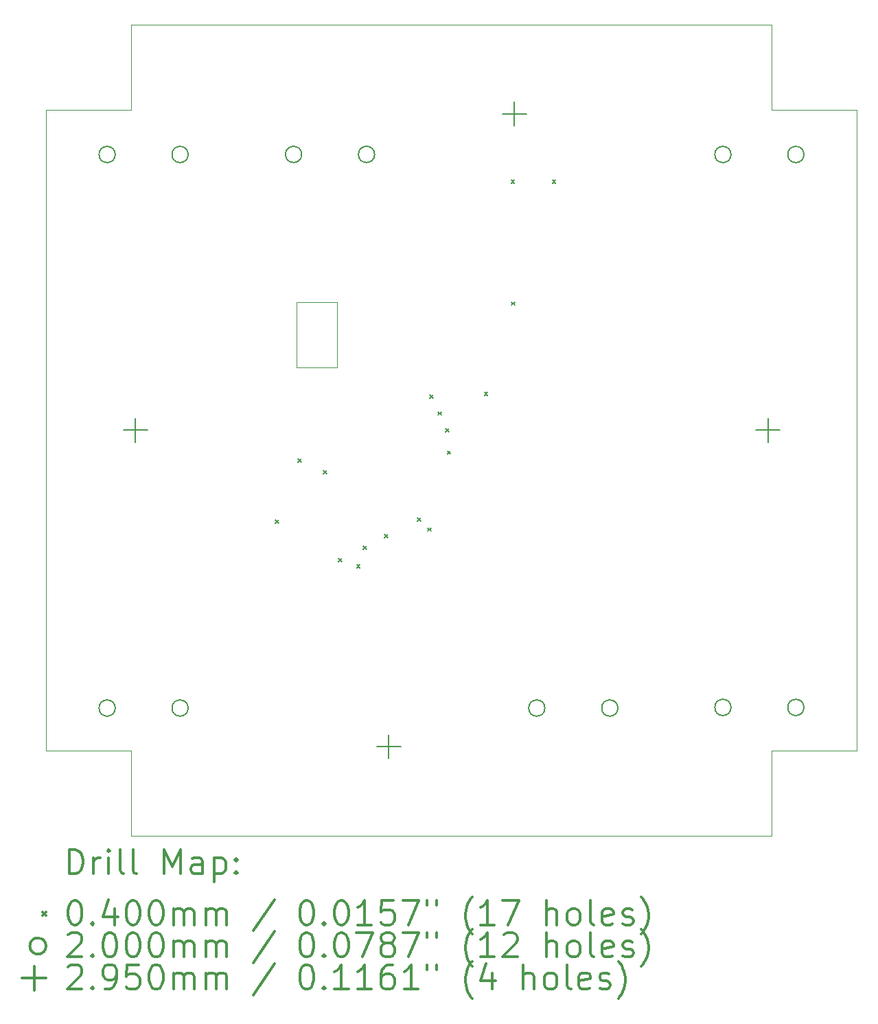
<source format=gbr>
%FSLAX45Y45*%
G04 Gerber Fmt 4.5, Leading zero omitted, Abs format (unit mm)*
G04 Created by KiCad (PCBNEW (5.1.10)-1) date 2022-06-07 20:21:12*
%MOMM*%
%LPD*%
G01*
G04 APERTURE LIST*
%TA.AperFunction,Profile*%
%ADD10C,0.050000*%
%TD*%
%ADD11C,0.200000*%
%ADD12C,0.300000*%
G04 APERTURE END LIST*
D10*
X13535000Y-6925000D02*
X13535000Y-7725000D01*
X13035000Y-7725000D02*
X13035000Y-6925000D01*
X13035000Y-7725000D02*
X13535000Y-7725000D01*
X13035000Y-6925000D02*
X13535000Y-6925000D01*
X9950000Y-4550000D02*
X11000000Y-4550000D01*
X9950000Y-12450000D02*
X9950000Y-4550000D01*
X11000000Y-12450000D02*
X9950000Y-12450000D01*
X11000000Y-13500000D02*
X11000000Y-12450000D01*
X18900000Y-13500000D02*
X11000000Y-13500000D01*
X18900000Y-12450000D02*
X18900000Y-13500000D01*
X19950000Y-12450000D02*
X18900000Y-12450000D01*
X19950000Y-4550000D02*
X19950000Y-12450000D01*
X18900000Y-4550000D02*
X19950000Y-4550000D01*
X18900000Y-3500000D02*
X18900000Y-4550000D01*
X11000000Y-3500000D02*
X18900000Y-3500000D01*
X11000000Y-4550000D02*
X11000000Y-3500000D01*
D11*
X12775250Y-9606600D02*
X12815250Y-9646600D01*
X12815250Y-9606600D02*
X12775250Y-9646600D01*
X13055000Y-8855000D02*
X13095000Y-8895000D01*
X13095000Y-8855000D02*
X13055000Y-8895000D01*
X13368975Y-9000175D02*
X13408975Y-9040175D01*
X13408975Y-9000175D02*
X13368975Y-9040175D01*
X13555000Y-10080000D02*
X13595000Y-10120000D01*
X13595000Y-10080000D02*
X13555000Y-10120000D01*
X13780000Y-10155000D02*
X13820000Y-10195000D01*
X13820000Y-10155000D02*
X13780000Y-10195000D01*
X13857150Y-9926500D02*
X13897150Y-9966500D01*
X13897150Y-9926500D02*
X13857150Y-9966500D01*
X14122500Y-9785450D02*
X14162500Y-9825450D01*
X14162500Y-9785450D02*
X14122500Y-9825450D01*
X14530000Y-9580000D02*
X14570000Y-9620000D01*
X14570000Y-9580000D02*
X14530000Y-9620000D01*
X14655000Y-9705000D02*
X14695000Y-9745000D01*
X14695000Y-9705000D02*
X14655000Y-9745000D01*
X14680250Y-8063550D02*
X14720250Y-8103550D01*
X14720250Y-8063550D02*
X14680250Y-8103550D01*
X14780000Y-8273100D02*
X14820000Y-8313100D01*
X14820000Y-8273100D02*
X14780000Y-8313100D01*
X14877100Y-8482650D02*
X14917100Y-8522650D01*
X14917100Y-8482650D02*
X14877100Y-8522650D01*
X14896150Y-8755700D02*
X14936150Y-8795700D01*
X14936150Y-8755700D02*
X14896150Y-8795700D01*
X15355000Y-8030000D02*
X15395000Y-8070000D01*
X15395000Y-8030000D02*
X15355000Y-8070000D01*
X15683000Y-5415200D02*
X15723000Y-5455200D01*
X15723000Y-5415200D02*
X15683000Y-5455200D01*
X15691000Y-6919000D02*
X15731000Y-6959000D01*
X15731000Y-6919000D02*
X15691000Y-6959000D01*
X16191000Y-5415200D02*
X16231000Y-5455200D01*
X16231000Y-5415200D02*
X16191000Y-5455200D01*
X10800600Y-5100800D02*
G75*
G03*
X10800600Y-5100800I-100000J0D01*
G01*
X10800600Y-11925000D02*
G75*
G03*
X10800600Y-11925000I-100000J0D01*
G01*
X11700600Y-5100800D02*
G75*
G03*
X11700600Y-5100800I-100000J0D01*
G01*
X11700600Y-11925000D02*
G75*
G03*
X11700600Y-11925000I-100000J0D01*
G01*
X13100000Y-5100000D02*
G75*
G03*
X13100000Y-5100000I-100000J0D01*
G01*
X14000000Y-5100000D02*
G75*
G03*
X14000000Y-5100000I-100000J0D01*
G01*
X16100000Y-11925000D02*
G75*
G03*
X16100000Y-11925000I-100000J0D01*
G01*
X17000000Y-11925000D02*
G75*
G03*
X17000000Y-11925000I-100000J0D01*
G01*
X18395200Y-5100800D02*
G75*
G03*
X18395200Y-5100800I-100000J0D01*
G01*
X18395200Y-11917200D02*
G75*
G03*
X18395200Y-11917200I-100000J0D01*
G01*
X19295200Y-5100800D02*
G75*
G03*
X19295200Y-5100800I-100000J0D01*
G01*
X19295200Y-11917200D02*
G75*
G03*
X19295200Y-11917200I-100000J0D01*
G01*
X11050000Y-8352500D02*
X11050000Y-8647500D01*
X10902500Y-8500000D02*
X11197500Y-8500000D01*
X14175000Y-12252500D02*
X14175000Y-12547500D01*
X14027500Y-12400000D02*
X14322500Y-12400000D01*
X15725000Y-4452500D02*
X15725000Y-4747500D01*
X15577500Y-4600000D02*
X15872500Y-4600000D01*
X18850000Y-8352500D02*
X18850000Y-8647500D01*
X18702500Y-8500000D02*
X18997500Y-8500000D01*
D12*
X10233928Y-13968214D02*
X10233928Y-13668214D01*
X10305357Y-13668214D01*
X10348214Y-13682500D01*
X10376786Y-13711071D01*
X10391071Y-13739643D01*
X10405357Y-13796786D01*
X10405357Y-13839643D01*
X10391071Y-13896786D01*
X10376786Y-13925357D01*
X10348214Y-13953929D01*
X10305357Y-13968214D01*
X10233928Y-13968214D01*
X10533928Y-13968214D02*
X10533928Y-13768214D01*
X10533928Y-13825357D02*
X10548214Y-13796786D01*
X10562500Y-13782500D01*
X10591071Y-13768214D01*
X10619643Y-13768214D01*
X10719643Y-13968214D02*
X10719643Y-13768214D01*
X10719643Y-13668214D02*
X10705357Y-13682500D01*
X10719643Y-13696786D01*
X10733928Y-13682500D01*
X10719643Y-13668214D01*
X10719643Y-13696786D01*
X10905357Y-13968214D02*
X10876786Y-13953929D01*
X10862500Y-13925357D01*
X10862500Y-13668214D01*
X11062500Y-13968214D02*
X11033928Y-13953929D01*
X11019643Y-13925357D01*
X11019643Y-13668214D01*
X11405357Y-13968214D02*
X11405357Y-13668214D01*
X11505357Y-13882500D01*
X11605357Y-13668214D01*
X11605357Y-13968214D01*
X11876786Y-13968214D02*
X11876786Y-13811071D01*
X11862500Y-13782500D01*
X11833928Y-13768214D01*
X11776786Y-13768214D01*
X11748214Y-13782500D01*
X11876786Y-13953929D02*
X11848214Y-13968214D01*
X11776786Y-13968214D01*
X11748214Y-13953929D01*
X11733928Y-13925357D01*
X11733928Y-13896786D01*
X11748214Y-13868214D01*
X11776786Y-13853929D01*
X11848214Y-13853929D01*
X11876786Y-13839643D01*
X12019643Y-13768214D02*
X12019643Y-14068214D01*
X12019643Y-13782500D02*
X12048214Y-13768214D01*
X12105357Y-13768214D01*
X12133928Y-13782500D01*
X12148214Y-13796786D01*
X12162500Y-13825357D01*
X12162500Y-13911071D01*
X12148214Y-13939643D01*
X12133928Y-13953929D01*
X12105357Y-13968214D01*
X12048214Y-13968214D01*
X12019643Y-13953929D01*
X12291071Y-13939643D02*
X12305357Y-13953929D01*
X12291071Y-13968214D01*
X12276786Y-13953929D01*
X12291071Y-13939643D01*
X12291071Y-13968214D01*
X12291071Y-13782500D02*
X12305357Y-13796786D01*
X12291071Y-13811071D01*
X12276786Y-13796786D01*
X12291071Y-13782500D01*
X12291071Y-13811071D01*
X9907500Y-14442500D02*
X9947500Y-14482500D01*
X9947500Y-14442500D02*
X9907500Y-14482500D01*
X10291071Y-14298214D02*
X10319643Y-14298214D01*
X10348214Y-14312500D01*
X10362500Y-14326786D01*
X10376786Y-14355357D01*
X10391071Y-14412500D01*
X10391071Y-14483929D01*
X10376786Y-14541071D01*
X10362500Y-14569643D01*
X10348214Y-14583929D01*
X10319643Y-14598214D01*
X10291071Y-14598214D01*
X10262500Y-14583929D01*
X10248214Y-14569643D01*
X10233928Y-14541071D01*
X10219643Y-14483929D01*
X10219643Y-14412500D01*
X10233928Y-14355357D01*
X10248214Y-14326786D01*
X10262500Y-14312500D01*
X10291071Y-14298214D01*
X10519643Y-14569643D02*
X10533928Y-14583929D01*
X10519643Y-14598214D01*
X10505357Y-14583929D01*
X10519643Y-14569643D01*
X10519643Y-14598214D01*
X10791071Y-14398214D02*
X10791071Y-14598214D01*
X10719643Y-14283929D02*
X10648214Y-14498214D01*
X10833928Y-14498214D01*
X11005357Y-14298214D02*
X11033928Y-14298214D01*
X11062500Y-14312500D01*
X11076786Y-14326786D01*
X11091071Y-14355357D01*
X11105357Y-14412500D01*
X11105357Y-14483929D01*
X11091071Y-14541071D01*
X11076786Y-14569643D01*
X11062500Y-14583929D01*
X11033928Y-14598214D01*
X11005357Y-14598214D01*
X10976786Y-14583929D01*
X10962500Y-14569643D01*
X10948214Y-14541071D01*
X10933928Y-14483929D01*
X10933928Y-14412500D01*
X10948214Y-14355357D01*
X10962500Y-14326786D01*
X10976786Y-14312500D01*
X11005357Y-14298214D01*
X11291071Y-14298214D02*
X11319643Y-14298214D01*
X11348214Y-14312500D01*
X11362500Y-14326786D01*
X11376786Y-14355357D01*
X11391071Y-14412500D01*
X11391071Y-14483929D01*
X11376786Y-14541071D01*
X11362500Y-14569643D01*
X11348214Y-14583929D01*
X11319643Y-14598214D01*
X11291071Y-14598214D01*
X11262500Y-14583929D01*
X11248214Y-14569643D01*
X11233928Y-14541071D01*
X11219643Y-14483929D01*
X11219643Y-14412500D01*
X11233928Y-14355357D01*
X11248214Y-14326786D01*
X11262500Y-14312500D01*
X11291071Y-14298214D01*
X11519643Y-14598214D02*
X11519643Y-14398214D01*
X11519643Y-14426786D02*
X11533928Y-14412500D01*
X11562500Y-14398214D01*
X11605357Y-14398214D01*
X11633928Y-14412500D01*
X11648214Y-14441071D01*
X11648214Y-14598214D01*
X11648214Y-14441071D02*
X11662500Y-14412500D01*
X11691071Y-14398214D01*
X11733928Y-14398214D01*
X11762500Y-14412500D01*
X11776786Y-14441071D01*
X11776786Y-14598214D01*
X11919643Y-14598214D02*
X11919643Y-14398214D01*
X11919643Y-14426786D02*
X11933928Y-14412500D01*
X11962500Y-14398214D01*
X12005357Y-14398214D01*
X12033928Y-14412500D01*
X12048214Y-14441071D01*
X12048214Y-14598214D01*
X12048214Y-14441071D02*
X12062500Y-14412500D01*
X12091071Y-14398214D01*
X12133928Y-14398214D01*
X12162500Y-14412500D01*
X12176786Y-14441071D01*
X12176786Y-14598214D01*
X12762500Y-14283929D02*
X12505357Y-14669643D01*
X13148214Y-14298214D02*
X13176786Y-14298214D01*
X13205357Y-14312500D01*
X13219643Y-14326786D01*
X13233928Y-14355357D01*
X13248214Y-14412500D01*
X13248214Y-14483929D01*
X13233928Y-14541071D01*
X13219643Y-14569643D01*
X13205357Y-14583929D01*
X13176786Y-14598214D01*
X13148214Y-14598214D01*
X13119643Y-14583929D01*
X13105357Y-14569643D01*
X13091071Y-14541071D01*
X13076786Y-14483929D01*
X13076786Y-14412500D01*
X13091071Y-14355357D01*
X13105357Y-14326786D01*
X13119643Y-14312500D01*
X13148214Y-14298214D01*
X13376786Y-14569643D02*
X13391071Y-14583929D01*
X13376786Y-14598214D01*
X13362500Y-14583929D01*
X13376786Y-14569643D01*
X13376786Y-14598214D01*
X13576786Y-14298214D02*
X13605357Y-14298214D01*
X13633928Y-14312500D01*
X13648214Y-14326786D01*
X13662500Y-14355357D01*
X13676786Y-14412500D01*
X13676786Y-14483929D01*
X13662500Y-14541071D01*
X13648214Y-14569643D01*
X13633928Y-14583929D01*
X13605357Y-14598214D01*
X13576786Y-14598214D01*
X13548214Y-14583929D01*
X13533928Y-14569643D01*
X13519643Y-14541071D01*
X13505357Y-14483929D01*
X13505357Y-14412500D01*
X13519643Y-14355357D01*
X13533928Y-14326786D01*
X13548214Y-14312500D01*
X13576786Y-14298214D01*
X13962500Y-14598214D02*
X13791071Y-14598214D01*
X13876786Y-14598214D02*
X13876786Y-14298214D01*
X13848214Y-14341071D01*
X13819643Y-14369643D01*
X13791071Y-14383929D01*
X14233928Y-14298214D02*
X14091071Y-14298214D01*
X14076786Y-14441071D01*
X14091071Y-14426786D01*
X14119643Y-14412500D01*
X14191071Y-14412500D01*
X14219643Y-14426786D01*
X14233928Y-14441071D01*
X14248214Y-14469643D01*
X14248214Y-14541071D01*
X14233928Y-14569643D01*
X14219643Y-14583929D01*
X14191071Y-14598214D01*
X14119643Y-14598214D01*
X14091071Y-14583929D01*
X14076786Y-14569643D01*
X14348214Y-14298214D02*
X14548214Y-14298214D01*
X14419643Y-14598214D01*
X14648214Y-14298214D02*
X14648214Y-14355357D01*
X14762500Y-14298214D02*
X14762500Y-14355357D01*
X15205357Y-14712500D02*
X15191071Y-14698214D01*
X15162500Y-14655357D01*
X15148214Y-14626786D01*
X15133928Y-14583929D01*
X15119643Y-14512500D01*
X15119643Y-14455357D01*
X15133928Y-14383929D01*
X15148214Y-14341071D01*
X15162500Y-14312500D01*
X15191071Y-14269643D01*
X15205357Y-14255357D01*
X15476786Y-14598214D02*
X15305357Y-14598214D01*
X15391071Y-14598214D02*
X15391071Y-14298214D01*
X15362500Y-14341071D01*
X15333928Y-14369643D01*
X15305357Y-14383929D01*
X15576786Y-14298214D02*
X15776786Y-14298214D01*
X15648214Y-14598214D01*
X16119643Y-14598214D02*
X16119643Y-14298214D01*
X16248214Y-14598214D02*
X16248214Y-14441071D01*
X16233928Y-14412500D01*
X16205357Y-14398214D01*
X16162500Y-14398214D01*
X16133928Y-14412500D01*
X16119643Y-14426786D01*
X16433928Y-14598214D02*
X16405357Y-14583929D01*
X16391071Y-14569643D01*
X16376786Y-14541071D01*
X16376786Y-14455357D01*
X16391071Y-14426786D01*
X16405357Y-14412500D01*
X16433928Y-14398214D01*
X16476786Y-14398214D01*
X16505357Y-14412500D01*
X16519643Y-14426786D01*
X16533928Y-14455357D01*
X16533928Y-14541071D01*
X16519643Y-14569643D01*
X16505357Y-14583929D01*
X16476786Y-14598214D01*
X16433928Y-14598214D01*
X16705357Y-14598214D02*
X16676786Y-14583929D01*
X16662500Y-14555357D01*
X16662500Y-14298214D01*
X16933928Y-14583929D02*
X16905357Y-14598214D01*
X16848214Y-14598214D01*
X16819643Y-14583929D01*
X16805357Y-14555357D01*
X16805357Y-14441071D01*
X16819643Y-14412500D01*
X16848214Y-14398214D01*
X16905357Y-14398214D01*
X16933928Y-14412500D01*
X16948214Y-14441071D01*
X16948214Y-14469643D01*
X16805357Y-14498214D01*
X17062500Y-14583929D02*
X17091071Y-14598214D01*
X17148214Y-14598214D01*
X17176786Y-14583929D01*
X17191071Y-14555357D01*
X17191071Y-14541071D01*
X17176786Y-14512500D01*
X17148214Y-14498214D01*
X17105357Y-14498214D01*
X17076786Y-14483929D01*
X17062500Y-14455357D01*
X17062500Y-14441071D01*
X17076786Y-14412500D01*
X17105357Y-14398214D01*
X17148214Y-14398214D01*
X17176786Y-14412500D01*
X17291071Y-14712500D02*
X17305357Y-14698214D01*
X17333928Y-14655357D01*
X17348214Y-14626786D01*
X17362500Y-14583929D01*
X17376786Y-14512500D01*
X17376786Y-14455357D01*
X17362500Y-14383929D01*
X17348214Y-14341071D01*
X17333928Y-14312500D01*
X17305357Y-14269643D01*
X17291071Y-14255357D01*
X9947500Y-14858500D02*
G75*
G03*
X9947500Y-14858500I-100000J0D01*
G01*
X10219643Y-14722786D02*
X10233928Y-14708500D01*
X10262500Y-14694214D01*
X10333928Y-14694214D01*
X10362500Y-14708500D01*
X10376786Y-14722786D01*
X10391071Y-14751357D01*
X10391071Y-14779929D01*
X10376786Y-14822786D01*
X10205357Y-14994214D01*
X10391071Y-14994214D01*
X10519643Y-14965643D02*
X10533928Y-14979929D01*
X10519643Y-14994214D01*
X10505357Y-14979929D01*
X10519643Y-14965643D01*
X10519643Y-14994214D01*
X10719643Y-14694214D02*
X10748214Y-14694214D01*
X10776786Y-14708500D01*
X10791071Y-14722786D01*
X10805357Y-14751357D01*
X10819643Y-14808500D01*
X10819643Y-14879929D01*
X10805357Y-14937071D01*
X10791071Y-14965643D01*
X10776786Y-14979929D01*
X10748214Y-14994214D01*
X10719643Y-14994214D01*
X10691071Y-14979929D01*
X10676786Y-14965643D01*
X10662500Y-14937071D01*
X10648214Y-14879929D01*
X10648214Y-14808500D01*
X10662500Y-14751357D01*
X10676786Y-14722786D01*
X10691071Y-14708500D01*
X10719643Y-14694214D01*
X11005357Y-14694214D02*
X11033928Y-14694214D01*
X11062500Y-14708500D01*
X11076786Y-14722786D01*
X11091071Y-14751357D01*
X11105357Y-14808500D01*
X11105357Y-14879929D01*
X11091071Y-14937071D01*
X11076786Y-14965643D01*
X11062500Y-14979929D01*
X11033928Y-14994214D01*
X11005357Y-14994214D01*
X10976786Y-14979929D01*
X10962500Y-14965643D01*
X10948214Y-14937071D01*
X10933928Y-14879929D01*
X10933928Y-14808500D01*
X10948214Y-14751357D01*
X10962500Y-14722786D01*
X10976786Y-14708500D01*
X11005357Y-14694214D01*
X11291071Y-14694214D02*
X11319643Y-14694214D01*
X11348214Y-14708500D01*
X11362500Y-14722786D01*
X11376786Y-14751357D01*
X11391071Y-14808500D01*
X11391071Y-14879929D01*
X11376786Y-14937071D01*
X11362500Y-14965643D01*
X11348214Y-14979929D01*
X11319643Y-14994214D01*
X11291071Y-14994214D01*
X11262500Y-14979929D01*
X11248214Y-14965643D01*
X11233928Y-14937071D01*
X11219643Y-14879929D01*
X11219643Y-14808500D01*
X11233928Y-14751357D01*
X11248214Y-14722786D01*
X11262500Y-14708500D01*
X11291071Y-14694214D01*
X11519643Y-14994214D02*
X11519643Y-14794214D01*
X11519643Y-14822786D02*
X11533928Y-14808500D01*
X11562500Y-14794214D01*
X11605357Y-14794214D01*
X11633928Y-14808500D01*
X11648214Y-14837071D01*
X11648214Y-14994214D01*
X11648214Y-14837071D02*
X11662500Y-14808500D01*
X11691071Y-14794214D01*
X11733928Y-14794214D01*
X11762500Y-14808500D01*
X11776786Y-14837071D01*
X11776786Y-14994214D01*
X11919643Y-14994214D02*
X11919643Y-14794214D01*
X11919643Y-14822786D02*
X11933928Y-14808500D01*
X11962500Y-14794214D01*
X12005357Y-14794214D01*
X12033928Y-14808500D01*
X12048214Y-14837071D01*
X12048214Y-14994214D01*
X12048214Y-14837071D02*
X12062500Y-14808500D01*
X12091071Y-14794214D01*
X12133928Y-14794214D01*
X12162500Y-14808500D01*
X12176786Y-14837071D01*
X12176786Y-14994214D01*
X12762500Y-14679929D02*
X12505357Y-15065643D01*
X13148214Y-14694214D02*
X13176786Y-14694214D01*
X13205357Y-14708500D01*
X13219643Y-14722786D01*
X13233928Y-14751357D01*
X13248214Y-14808500D01*
X13248214Y-14879929D01*
X13233928Y-14937071D01*
X13219643Y-14965643D01*
X13205357Y-14979929D01*
X13176786Y-14994214D01*
X13148214Y-14994214D01*
X13119643Y-14979929D01*
X13105357Y-14965643D01*
X13091071Y-14937071D01*
X13076786Y-14879929D01*
X13076786Y-14808500D01*
X13091071Y-14751357D01*
X13105357Y-14722786D01*
X13119643Y-14708500D01*
X13148214Y-14694214D01*
X13376786Y-14965643D02*
X13391071Y-14979929D01*
X13376786Y-14994214D01*
X13362500Y-14979929D01*
X13376786Y-14965643D01*
X13376786Y-14994214D01*
X13576786Y-14694214D02*
X13605357Y-14694214D01*
X13633928Y-14708500D01*
X13648214Y-14722786D01*
X13662500Y-14751357D01*
X13676786Y-14808500D01*
X13676786Y-14879929D01*
X13662500Y-14937071D01*
X13648214Y-14965643D01*
X13633928Y-14979929D01*
X13605357Y-14994214D01*
X13576786Y-14994214D01*
X13548214Y-14979929D01*
X13533928Y-14965643D01*
X13519643Y-14937071D01*
X13505357Y-14879929D01*
X13505357Y-14808500D01*
X13519643Y-14751357D01*
X13533928Y-14722786D01*
X13548214Y-14708500D01*
X13576786Y-14694214D01*
X13776786Y-14694214D02*
X13976786Y-14694214D01*
X13848214Y-14994214D01*
X14133928Y-14822786D02*
X14105357Y-14808500D01*
X14091071Y-14794214D01*
X14076786Y-14765643D01*
X14076786Y-14751357D01*
X14091071Y-14722786D01*
X14105357Y-14708500D01*
X14133928Y-14694214D01*
X14191071Y-14694214D01*
X14219643Y-14708500D01*
X14233928Y-14722786D01*
X14248214Y-14751357D01*
X14248214Y-14765643D01*
X14233928Y-14794214D01*
X14219643Y-14808500D01*
X14191071Y-14822786D01*
X14133928Y-14822786D01*
X14105357Y-14837071D01*
X14091071Y-14851357D01*
X14076786Y-14879929D01*
X14076786Y-14937071D01*
X14091071Y-14965643D01*
X14105357Y-14979929D01*
X14133928Y-14994214D01*
X14191071Y-14994214D01*
X14219643Y-14979929D01*
X14233928Y-14965643D01*
X14248214Y-14937071D01*
X14248214Y-14879929D01*
X14233928Y-14851357D01*
X14219643Y-14837071D01*
X14191071Y-14822786D01*
X14348214Y-14694214D02*
X14548214Y-14694214D01*
X14419643Y-14994214D01*
X14648214Y-14694214D02*
X14648214Y-14751357D01*
X14762500Y-14694214D02*
X14762500Y-14751357D01*
X15205357Y-15108500D02*
X15191071Y-15094214D01*
X15162500Y-15051357D01*
X15148214Y-15022786D01*
X15133928Y-14979929D01*
X15119643Y-14908500D01*
X15119643Y-14851357D01*
X15133928Y-14779929D01*
X15148214Y-14737071D01*
X15162500Y-14708500D01*
X15191071Y-14665643D01*
X15205357Y-14651357D01*
X15476786Y-14994214D02*
X15305357Y-14994214D01*
X15391071Y-14994214D02*
X15391071Y-14694214D01*
X15362500Y-14737071D01*
X15333928Y-14765643D01*
X15305357Y-14779929D01*
X15591071Y-14722786D02*
X15605357Y-14708500D01*
X15633928Y-14694214D01*
X15705357Y-14694214D01*
X15733928Y-14708500D01*
X15748214Y-14722786D01*
X15762500Y-14751357D01*
X15762500Y-14779929D01*
X15748214Y-14822786D01*
X15576786Y-14994214D01*
X15762500Y-14994214D01*
X16119643Y-14994214D02*
X16119643Y-14694214D01*
X16248214Y-14994214D02*
X16248214Y-14837071D01*
X16233928Y-14808500D01*
X16205357Y-14794214D01*
X16162500Y-14794214D01*
X16133928Y-14808500D01*
X16119643Y-14822786D01*
X16433928Y-14994214D02*
X16405357Y-14979929D01*
X16391071Y-14965643D01*
X16376786Y-14937071D01*
X16376786Y-14851357D01*
X16391071Y-14822786D01*
X16405357Y-14808500D01*
X16433928Y-14794214D01*
X16476786Y-14794214D01*
X16505357Y-14808500D01*
X16519643Y-14822786D01*
X16533928Y-14851357D01*
X16533928Y-14937071D01*
X16519643Y-14965643D01*
X16505357Y-14979929D01*
X16476786Y-14994214D01*
X16433928Y-14994214D01*
X16705357Y-14994214D02*
X16676786Y-14979929D01*
X16662500Y-14951357D01*
X16662500Y-14694214D01*
X16933928Y-14979929D02*
X16905357Y-14994214D01*
X16848214Y-14994214D01*
X16819643Y-14979929D01*
X16805357Y-14951357D01*
X16805357Y-14837071D01*
X16819643Y-14808500D01*
X16848214Y-14794214D01*
X16905357Y-14794214D01*
X16933928Y-14808500D01*
X16948214Y-14837071D01*
X16948214Y-14865643D01*
X16805357Y-14894214D01*
X17062500Y-14979929D02*
X17091071Y-14994214D01*
X17148214Y-14994214D01*
X17176786Y-14979929D01*
X17191071Y-14951357D01*
X17191071Y-14937071D01*
X17176786Y-14908500D01*
X17148214Y-14894214D01*
X17105357Y-14894214D01*
X17076786Y-14879929D01*
X17062500Y-14851357D01*
X17062500Y-14837071D01*
X17076786Y-14808500D01*
X17105357Y-14794214D01*
X17148214Y-14794214D01*
X17176786Y-14808500D01*
X17291071Y-15108500D02*
X17305357Y-15094214D01*
X17333928Y-15051357D01*
X17348214Y-15022786D01*
X17362500Y-14979929D01*
X17376786Y-14908500D01*
X17376786Y-14851357D01*
X17362500Y-14779929D01*
X17348214Y-14737071D01*
X17333928Y-14708500D01*
X17305357Y-14665643D01*
X17291071Y-14651357D01*
X9800000Y-15107000D02*
X9800000Y-15402000D01*
X9652500Y-15254500D02*
X9947500Y-15254500D01*
X10219643Y-15118786D02*
X10233928Y-15104500D01*
X10262500Y-15090214D01*
X10333928Y-15090214D01*
X10362500Y-15104500D01*
X10376786Y-15118786D01*
X10391071Y-15147357D01*
X10391071Y-15175929D01*
X10376786Y-15218786D01*
X10205357Y-15390214D01*
X10391071Y-15390214D01*
X10519643Y-15361643D02*
X10533928Y-15375929D01*
X10519643Y-15390214D01*
X10505357Y-15375929D01*
X10519643Y-15361643D01*
X10519643Y-15390214D01*
X10676786Y-15390214D02*
X10733928Y-15390214D01*
X10762500Y-15375929D01*
X10776786Y-15361643D01*
X10805357Y-15318786D01*
X10819643Y-15261643D01*
X10819643Y-15147357D01*
X10805357Y-15118786D01*
X10791071Y-15104500D01*
X10762500Y-15090214D01*
X10705357Y-15090214D01*
X10676786Y-15104500D01*
X10662500Y-15118786D01*
X10648214Y-15147357D01*
X10648214Y-15218786D01*
X10662500Y-15247357D01*
X10676786Y-15261643D01*
X10705357Y-15275929D01*
X10762500Y-15275929D01*
X10791071Y-15261643D01*
X10805357Y-15247357D01*
X10819643Y-15218786D01*
X11091071Y-15090214D02*
X10948214Y-15090214D01*
X10933928Y-15233071D01*
X10948214Y-15218786D01*
X10976786Y-15204500D01*
X11048214Y-15204500D01*
X11076786Y-15218786D01*
X11091071Y-15233071D01*
X11105357Y-15261643D01*
X11105357Y-15333071D01*
X11091071Y-15361643D01*
X11076786Y-15375929D01*
X11048214Y-15390214D01*
X10976786Y-15390214D01*
X10948214Y-15375929D01*
X10933928Y-15361643D01*
X11291071Y-15090214D02*
X11319643Y-15090214D01*
X11348214Y-15104500D01*
X11362500Y-15118786D01*
X11376786Y-15147357D01*
X11391071Y-15204500D01*
X11391071Y-15275929D01*
X11376786Y-15333071D01*
X11362500Y-15361643D01*
X11348214Y-15375929D01*
X11319643Y-15390214D01*
X11291071Y-15390214D01*
X11262500Y-15375929D01*
X11248214Y-15361643D01*
X11233928Y-15333071D01*
X11219643Y-15275929D01*
X11219643Y-15204500D01*
X11233928Y-15147357D01*
X11248214Y-15118786D01*
X11262500Y-15104500D01*
X11291071Y-15090214D01*
X11519643Y-15390214D02*
X11519643Y-15190214D01*
X11519643Y-15218786D02*
X11533928Y-15204500D01*
X11562500Y-15190214D01*
X11605357Y-15190214D01*
X11633928Y-15204500D01*
X11648214Y-15233071D01*
X11648214Y-15390214D01*
X11648214Y-15233071D02*
X11662500Y-15204500D01*
X11691071Y-15190214D01*
X11733928Y-15190214D01*
X11762500Y-15204500D01*
X11776786Y-15233071D01*
X11776786Y-15390214D01*
X11919643Y-15390214D02*
X11919643Y-15190214D01*
X11919643Y-15218786D02*
X11933928Y-15204500D01*
X11962500Y-15190214D01*
X12005357Y-15190214D01*
X12033928Y-15204500D01*
X12048214Y-15233071D01*
X12048214Y-15390214D01*
X12048214Y-15233071D02*
X12062500Y-15204500D01*
X12091071Y-15190214D01*
X12133928Y-15190214D01*
X12162500Y-15204500D01*
X12176786Y-15233071D01*
X12176786Y-15390214D01*
X12762500Y-15075929D02*
X12505357Y-15461643D01*
X13148214Y-15090214D02*
X13176786Y-15090214D01*
X13205357Y-15104500D01*
X13219643Y-15118786D01*
X13233928Y-15147357D01*
X13248214Y-15204500D01*
X13248214Y-15275929D01*
X13233928Y-15333071D01*
X13219643Y-15361643D01*
X13205357Y-15375929D01*
X13176786Y-15390214D01*
X13148214Y-15390214D01*
X13119643Y-15375929D01*
X13105357Y-15361643D01*
X13091071Y-15333071D01*
X13076786Y-15275929D01*
X13076786Y-15204500D01*
X13091071Y-15147357D01*
X13105357Y-15118786D01*
X13119643Y-15104500D01*
X13148214Y-15090214D01*
X13376786Y-15361643D02*
X13391071Y-15375929D01*
X13376786Y-15390214D01*
X13362500Y-15375929D01*
X13376786Y-15361643D01*
X13376786Y-15390214D01*
X13676786Y-15390214D02*
X13505357Y-15390214D01*
X13591071Y-15390214D02*
X13591071Y-15090214D01*
X13562500Y-15133071D01*
X13533928Y-15161643D01*
X13505357Y-15175929D01*
X13962500Y-15390214D02*
X13791071Y-15390214D01*
X13876786Y-15390214D02*
X13876786Y-15090214D01*
X13848214Y-15133071D01*
X13819643Y-15161643D01*
X13791071Y-15175929D01*
X14219643Y-15090214D02*
X14162500Y-15090214D01*
X14133928Y-15104500D01*
X14119643Y-15118786D01*
X14091071Y-15161643D01*
X14076786Y-15218786D01*
X14076786Y-15333071D01*
X14091071Y-15361643D01*
X14105357Y-15375929D01*
X14133928Y-15390214D01*
X14191071Y-15390214D01*
X14219643Y-15375929D01*
X14233928Y-15361643D01*
X14248214Y-15333071D01*
X14248214Y-15261643D01*
X14233928Y-15233071D01*
X14219643Y-15218786D01*
X14191071Y-15204500D01*
X14133928Y-15204500D01*
X14105357Y-15218786D01*
X14091071Y-15233071D01*
X14076786Y-15261643D01*
X14533928Y-15390214D02*
X14362500Y-15390214D01*
X14448214Y-15390214D02*
X14448214Y-15090214D01*
X14419643Y-15133071D01*
X14391071Y-15161643D01*
X14362500Y-15175929D01*
X14648214Y-15090214D02*
X14648214Y-15147357D01*
X14762500Y-15090214D02*
X14762500Y-15147357D01*
X15205357Y-15504500D02*
X15191071Y-15490214D01*
X15162500Y-15447357D01*
X15148214Y-15418786D01*
X15133928Y-15375929D01*
X15119643Y-15304500D01*
X15119643Y-15247357D01*
X15133928Y-15175929D01*
X15148214Y-15133071D01*
X15162500Y-15104500D01*
X15191071Y-15061643D01*
X15205357Y-15047357D01*
X15448214Y-15190214D02*
X15448214Y-15390214D01*
X15376786Y-15075929D02*
X15305357Y-15290214D01*
X15491071Y-15290214D01*
X15833928Y-15390214D02*
X15833928Y-15090214D01*
X15962500Y-15390214D02*
X15962500Y-15233071D01*
X15948214Y-15204500D01*
X15919643Y-15190214D01*
X15876786Y-15190214D01*
X15848214Y-15204500D01*
X15833928Y-15218786D01*
X16148214Y-15390214D02*
X16119643Y-15375929D01*
X16105357Y-15361643D01*
X16091071Y-15333071D01*
X16091071Y-15247357D01*
X16105357Y-15218786D01*
X16119643Y-15204500D01*
X16148214Y-15190214D01*
X16191071Y-15190214D01*
X16219643Y-15204500D01*
X16233928Y-15218786D01*
X16248214Y-15247357D01*
X16248214Y-15333071D01*
X16233928Y-15361643D01*
X16219643Y-15375929D01*
X16191071Y-15390214D01*
X16148214Y-15390214D01*
X16419643Y-15390214D02*
X16391071Y-15375929D01*
X16376786Y-15347357D01*
X16376786Y-15090214D01*
X16648214Y-15375929D02*
X16619643Y-15390214D01*
X16562500Y-15390214D01*
X16533928Y-15375929D01*
X16519643Y-15347357D01*
X16519643Y-15233071D01*
X16533928Y-15204500D01*
X16562500Y-15190214D01*
X16619643Y-15190214D01*
X16648214Y-15204500D01*
X16662500Y-15233071D01*
X16662500Y-15261643D01*
X16519643Y-15290214D01*
X16776786Y-15375929D02*
X16805357Y-15390214D01*
X16862500Y-15390214D01*
X16891071Y-15375929D01*
X16905357Y-15347357D01*
X16905357Y-15333071D01*
X16891071Y-15304500D01*
X16862500Y-15290214D01*
X16819643Y-15290214D01*
X16791071Y-15275929D01*
X16776786Y-15247357D01*
X16776786Y-15233071D01*
X16791071Y-15204500D01*
X16819643Y-15190214D01*
X16862500Y-15190214D01*
X16891071Y-15204500D01*
X17005357Y-15504500D02*
X17019643Y-15490214D01*
X17048214Y-15447357D01*
X17062500Y-15418786D01*
X17076786Y-15375929D01*
X17091071Y-15304500D01*
X17091071Y-15247357D01*
X17076786Y-15175929D01*
X17062500Y-15133071D01*
X17048214Y-15104500D01*
X17019643Y-15061643D01*
X17005357Y-15047357D01*
M02*

</source>
